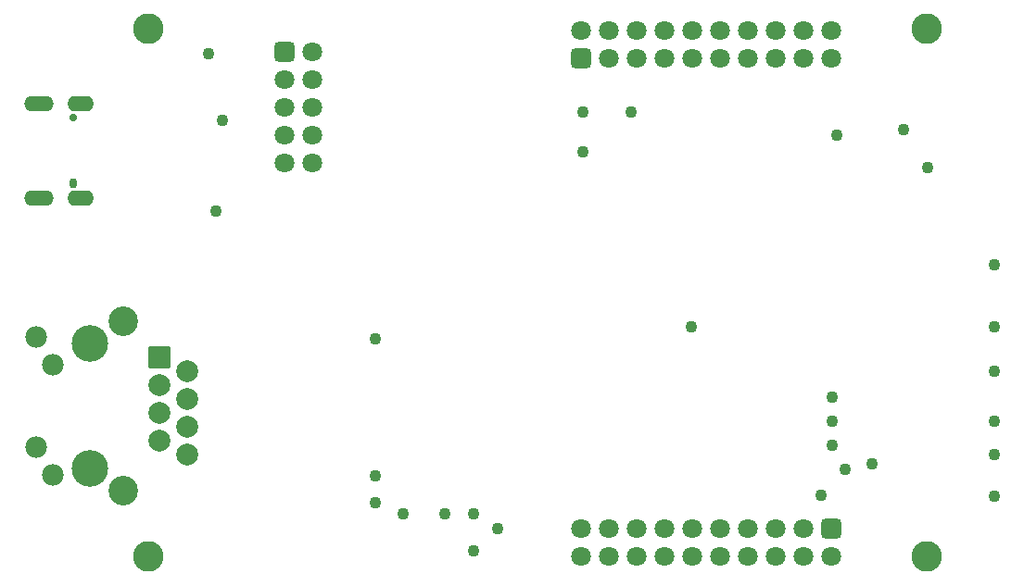
<source format=gbr>
%TF.GenerationSoftware,KiCad,Pcbnew,(5.99.0-11707-g9aa9857685)*%
%TF.CreationDate,2021-10-10T10:39:49+03:00*%
%TF.ProjectId,RubyLink_revA,52756279-4c69-46e6-9b5f-726576412e6b,rev?*%
%TF.SameCoordinates,Original*%
%TF.FileFunction,Soldermask,Bot*%
%TF.FilePolarity,Negative*%
%FSLAX46Y46*%
G04 Gerber Fmt 4.6, Leading zero omitted, Abs format (unit mm)*
G04 Created by KiCad (PCBNEW (5.99.0-11707-g9aa9857685)) date 2021-10-10 10:39:49*
%MOMM*%
%LPD*%
G01*
G04 APERTURE LIST*
G04 Aperture macros list*
%AMRoundRect*
0 Rectangle with rounded corners*
0 $1 Rounding radius*
0 $2 $3 $4 $5 $6 $7 $8 $9 X,Y pos of 4 corners*
0 Add a 4 corners polygon primitive as box body*
4,1,4,$2,$3,$4,$5,$6,$7,$8,$9,$2,$3,0*
0 Add four circle primitives for the rounded corners*
1,1,$1+$1,$2,$3*
1,1,$1+$1,$4,$5*
1,1,$1+$1,$6,$7*
1,1,$1+$1,$8,$9*
0 Add four rect primitives between the rounded corners*
20,1,$1+$1,$2,$3,$4,$5,0*
20,1,$1+$1,$4,$5,$6,$7,0*
20,1,$1+$1,$6,$7,$8,$9,0*
20,1,$1+$1,$8,$9,$2,$3,0*%
G04 Aperture macros list end*
%ADD10C,2.800000*%
%ADD11RoundRect,0.300000X0.600000X-0.600000X0.600000X0.600000X-0.600000X0.600000X-0.600000X-0.600000X0*%
%ADD12C,1.800000*%
%ADD13O,0.700000X0.950000*%
%ADD14C,0.700000*%
%ADD15O,2.400000X1.400000*%
%ADD16O,2.700000X1.400000*%
%ADD17RoundRect,0.300000X-0.600000X0.600000X-0.600000X-0.600000X0.600000X-0.600000X0.600000X0.600000X0*%
%ADD18C,3.350000*%
%ADD19C,2.700000*%
%ADD20C,1.990000*%
%ADD21RoundRect,0.050000X-0.950000X0.950000X-0.950000X-0.950000X0.950000X-0.950000X0.950000X0.950000X0*%
%ADD22C,2.000000*%
%ADD23RoundRect,0.300000X-0.600000X-0.600000X0.600000X-0.600000X0.600000X0.600000X-0.600000X0.600000X0*%
%ADD24C,1.100000*%
G04 APERTURE END LIST*
D10*
X100000000Y-51740000D03*
X171120000Y-100000000D03*
D11*
X139500000Y-54400000D03*
D12*
X139500000Y-51860000D03*
X142040000Y-54400000D03*
X142040000Y-51860000D03*
X144580000Y-54400000D03*
X144580000Y-51860000D03*
X147120000Y-54400000D03*
X147120000Y-51860000D03*
X149660000Y-54400000D03*
X149660000Y-51860000D03*
X152200000Y-54400000D03*
X152200000Y-51860000D03*
X154740000Y-54400000D03*
X154740000Y-51860000D03*
X157280000Y-54400000D03*
X157280000Y-51860000D03*
X159820000Y-54400000D03*
X159820000Y-51860000D03*
X162360000Y-54400000D03*
X162360000Y-51860000D03*
D13*
X93110000Y-65870000D03*
D14*
X93110000Y-59870000D03*
D15*
X93835000Y-58550000D03*
X93835000Y-67190000D03*
D16*
X90010000Y-58550000D03*
X90010000Y-67190000D03*
D10*
X100000000Y-100000000D03*
X171120000Y-51740000D03*
D17*
X162360000Y-97390000D03*
D12*
X162360000Y-99930000D03*
X159820000Y-97390000D03*
X159820000Y-99930000D03*
X157280000Y-97390000D03*
X157280000Y-99930000D03*
X154740000Y-97390000D03*
X154740000Y-99930000D03*
X152200000Y-97390000D03*
X152200000Y-99930000D03*
X149660000Y-97390000D03*
X149660000Y-99930000D03*
X147120000Y-97390000D03*
X147120000Y-99930000D03*
X144580000Y-97390000D03*
X144580000Y-99930000D03*
X142040000Y-97390000D03*
X142040000Y-99930000D03*
X139500000Y-97390000D03*
X139500000Y-99930000D03*
D18*
X94630000Y-91915000D03*
X94630000Y-80485000D03*
D19*
X97680000Y-93975000D03*
X97680000Y-78425000D03*
D20*
X91250000Y-92525000D03*
X89730000Y-89985000D03*
X91250000Y-82415000D03*
X89730000Y-79875000D03*
D21*
X100970000Y-81755000D03*
D22*
X103510000Y-83025000D03*
X100970000Y-84295000D03*
X103510000Y-85565000D03*
X100970000Y-86835000D03*
X103510000Y-88105000D03*
X100970000Y-89375000D03*
X103510000Y-90645000D03*
D23*
X112447500Y-53820000D03*
D12*
X114987500Y-53820000D03*
X112447500Y-56360000D03*
X114987500Y-56360000D03*
X112447500Y-58900000D03*
X114987500Y-58900000D03*
X112447500Y-61440000D03*
X114987500Y-61440000D03*
X112447500Y-63980000D03*
X114987500Y-63980000D03*
D24*
X129660000Y-99470000D03*
X120760000Y-92570000D03*
X177260000Y-83070000D03*
X120760000Y-95070000D03*
X139660000Y-59370000D03*
X129660000Y-96070000D03*
X144060000Y-59370000D03*
X171160000Y-64370000D03*
X131860000Y-97470000D03*
X162460000Y-85370000D03*
X166060000Y-91470000D03*
X106760000Y-60070000D03*
X120760000Y-80070000D03*
X168960000Y-60970000D03*
X106160000Y-68370000D03*
X163660000Y-91970000D03*
X177260000Y-94470000D03*
X149560000Y-78970000D03*
X127060000Y-96070000D03*
X177260000Y-73270000D03*
X123260000Y-96070000D03*
X162460000Y-89770000D03*
X162460000Y-87570000D03*
X177260000Y-90670000D03*
X161460000Y-94370000D03*
X177260000Y-87570000D03*
X139660000Y-62970000D03*
X105460000Y-53970000D03*
X177260000Y-78970000D03*
X162860000Y-61470000D03*
M02*

</source>
